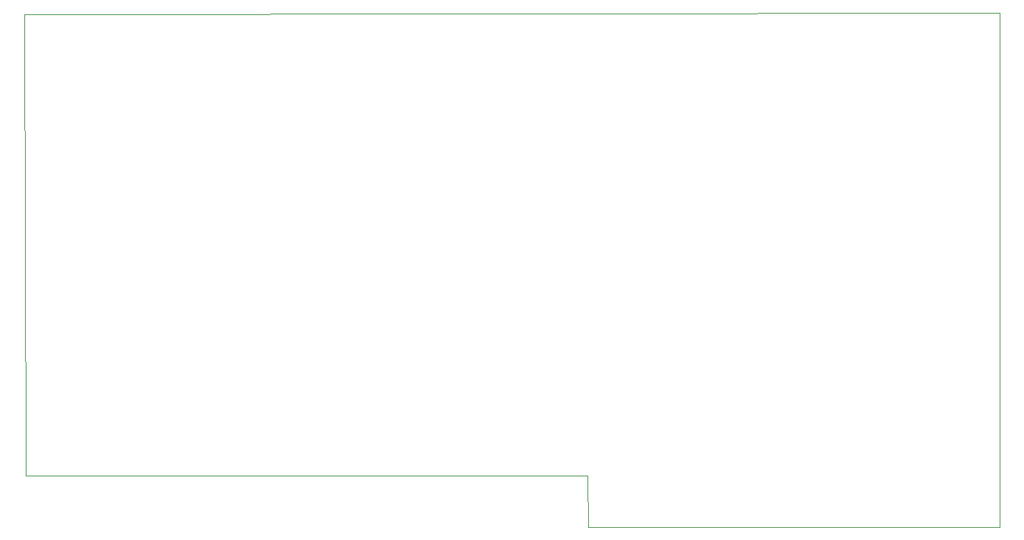
<source format=gbr>
%TF.GenerationSoftware,KiCad,Pcbnew,(6.0.11)*%
%TF.CreationDate,2023-04-06T14:42:31-07:00*%
%TF.ProjectId,EV5 Board Design,45563520-426f-4617-9264-204465736967,rev?*%
%TF.SameCoordinates,Original*%
%TF.FileFunction,Profile,NP*%
%FSLAX46Y46*%
G04 Gerber Fmt 4.6, Leading zero omitted, Abs format (unit mm)*
G04 Created by KiCad (PCBNEW (6.0.11)) date 2023-04-06 14:42:31*
%MOMM*%
%LPD*%
G01*
G04 APERTURE LIST*
%TA.AperFunction,Profile*%
%ADD10C,0.050000*%
%TD*%
G04 APERTURE END LIST*
D10*
X212089941Y-116800026D02*
X163419941Y-116810026D01*
X163380000Y-110770000D01*
X96871145Y-110740356D01*
X96740965Y-56130412D01*
X212129820Y-55970056D01*
X212089941Y-116800026D01*
M02*

</source>
